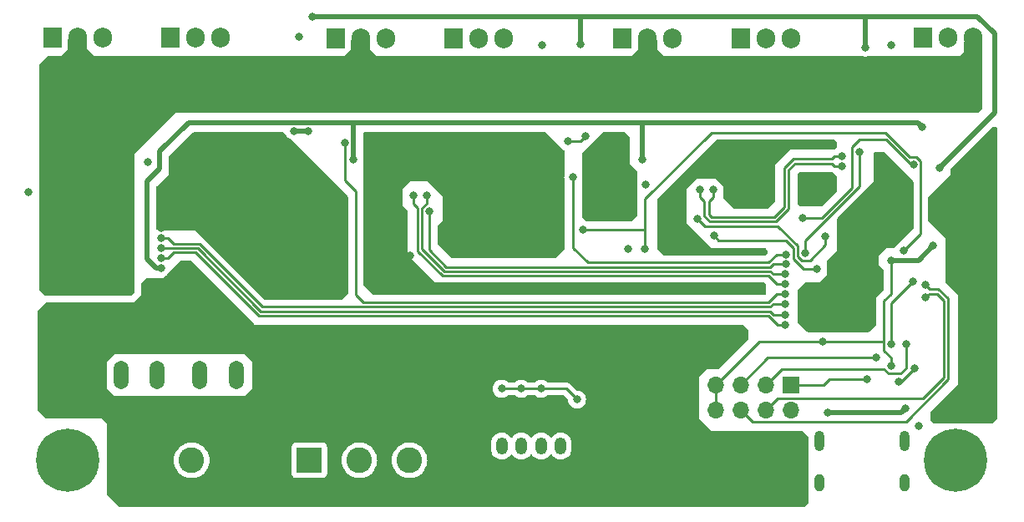
<source format=gbr>
%TF.GenerationSoftware,KiCad,Pcbnew,8.0.5-8.0.5-0~ubuntu24.04.1*%
%TF.CreationDate,2024-10-01T16:14:09+02:00*%
%TF.ProjectId,TFG-Brushless-ESC,5446472d-4272-4757-9368-6c6573732d45,rev?*%
%TF.SameCoordinates,Original*%
%TF.FileFunction,Copper,L4,Bot*%
%TF.FilePolarity,Positive*%
%FSLAX46Y46*%
G04 Gerber Fmt 4.6, Leading zero omitted, Abs format (unit mm)*
G04 Created by KiCad (PCBNEW 8.0.5-8.0.5-0~ubuntu24.04.1) date 2024-10-01 16:14:09*
%MOMM*%
%LPD*%
G01*
G04 APERTURE LIST*
G04 Aperture macros list*
%AMRoundRect*
0 Rectangle with rounded corners*
0 $1 Rounding radius*
0 $2 $3 $4 $5 $6 $7 $8 $9 X,Y pos of 4 corners*
0 Add a 4 corners polygon primitive as box body*
4,1,4,$2,$3,$4,$5,$6,$7,$8,$9,$2,$3,0*
0 Add four circle primitives for the rounded corners*
1,1,$1+$1,$2,$3*
1,1,$1+$1,$4,$5*
1,1,$1+$1,$6,$7*
1,1,$1+$1,$8,$9*
0 Add four rect primitives between the rounded corners*
20,1,$1+$1,$2,$3,$4,$5,0*
20,1,$1+$1,$4,$5,$6,$7,0*
20,1,$1+$1,$6,$7,$8,$9,0*
20,1,$1+$1,$8,$9,$2,$3,0*%
G04 Aperture macros list end*
%TA.AperFunction,ComponentPad*%
%ADD10RoundRect,0.250000X-0.350000X-0.625000X0.350000X-0.625000X0.350000X0.625000X-0.350000X0.625000X0*%
%TD*%
%TA.AperFunction,ComponentPad*%
%ADD11O,1.200000X1.750000*%
%TD*%
%TA.AperFunction,ComponentPad*%
%ADD12O,1.000000X2.100000*%
%TD*%
%TA.AperFunction,ComponentPad*%
%ADD13O,1.000000X1.800000*%
%TD*%
%TA.AperFunction,ComponentPad*%
%ADD14R,1.905000X2.000000*%
%TD*%
%TA.AperFunction,ComponentPad*%
%ADD15O,1.905000X2.000000*%
%TD*%
%TA.AperFunction,ComponentPad*%
%ADD16O,1.500000X2.900000*%
%TD*%
%TA.AperFunction,ComponentPad*%
%ADD17C,0.800000*%
%TD*%
%TA.AperFunction,ComponentPad*%
%ADD18C,6.400000*%
%TD*%
%TA.AperFunction,ComponentPad*%
%ADD19O,1.700000X1.700000*%
%TD*%
%TA.AperFunction,ComponentPad*%
%ADD20R,1.700000X1.700000*%
%TD*%
%TA.AperFunction,ComponentPad*%
%ADD21R,2.600000X2.600000*%
%TD*%
%TA.AperFunction,ComponentPad*%
%ADD22C,2.600000*%
%TD*%
%TA.AperFunction,ViaPad*%
%ADD23C,0.800000*%
%TD*%
%TA.AperFunction,Conductor*%
%ADD24C,0.250000*%
%TD*%
%TA.AperFunction,Conductor*%
%ADD25C,0.500000*%
%TD*%
G04 APERTURE END LIST*
D10*
%TO.P,J4,1,Pin_1*%
%TO.N,GND*%
X91276000Y-160078000D03*
D11*
%TO.P,J4,2,Pin_2*%
%TO.N,/PA8*%
X93276000Y-160078000D03*
%TO.P,J4,3,Pin_3*%
%TO.N,/PA9*%
X95276000Y-160078000D03*
%TO.P,J4,4,Pin_4*%
%TO.N,/PA10*%
X97276000Y-160078000D03*
%TO.P,J4,5,Pin_5*%
%TO.N,+3V3*%
X99276000Y-160078000D03*
%TD*%
D12*
%TO.P,J2,S1,SHIELD*%
%TO.N,unconnected-(J2-SHIELD-PadS1)*%
X125456000Y-159593000D03*
D13*
%TO.N,unconnected-(J2-SHIELD-PadS1)_3*%
X125456000Y-163793000D03*
D12*
%TO.N,unconnected-(J2-SHIELD-PadS1)_1*%
X134096000Y-159593000D03*
D13*
%TO.N,unconnected-(J2-SHIELD-PadS1)_2*%
X134096000Y-163793000D03*
%TD*%
D14*
%TO.P,Q4,1,G*%
%TO.N,Net-(Q4-G)*%
X88436000Y-118743000D03*
D15*
%TO.P,Q4,2,D*%
%TO.N,/V*%
X90976000Y-118743000D03*
%TO.P,Q4,3,S*%
%TO.N,/Half-Bridge-V/Shunt*%
X93516000Y-118743000D03*
%TD*%
D16*
%TO.P,F1,1*%
%TO.N,/24V in*%
X66376000Y-152928000D03*
X62676000Y-152928000D03*
%TO.P,F1,2*%
%TO.N,/24V fused*%
X58376000Y-152928000D03*
X54676000Y-152928000D03*
%TD*%
D14*
%TO.P,U2,1,ADJ*%
%TO.N,/V_DIV_12*%
X135986000Y-118723000D03*
D15*
%TO.P,U2,2,VO*%
%TO.N,+12V*%
X138526000Y-118723000D03*
%TO.P,U2,3,VI*%
%TO.N,+24V*%
X141066000Y-118723000D03*
%TD*%
D17*
%TO.P,REF\u002A\u002A,1*%
%TO.N,N/C*%
X136876000Y-161528000D03*
X137578944Y-159830944D03*
X137578944Y-163225056D03*
X139276000Y-159128000D03*
D18*
X139276000Y-161528000D03*
D17*
X139276000Y-163928000D03*
X140973056Y-159830944D03*
X140973056Y-163225056D03*
X141676000Y-161528000D03*
%TD*%
D14*
%TO.P,Q3,1,G*%
%TO.N,Net-(Q3-G)*%
X76436000Y-118743000D03*
D15*
%TO.P,Q3,2,D*%
%TO.N,+24V*%
X78976000Y-118743000D03*
%TO.P,Q3,3,S*%
%TO.N,/V*%
X81516000Y-118743000D03*
%TD*%
D14*
%TO.P,Q2,1,G*%
%TO.N,Net-(Q2-G)*%
X59736000Y-118723000D03*
D15*
%TO.P,Q2,2,D*%
%TO.N,/U*%
X62276000Y-118723000D03*
%TO.P,Q2,3,S*%
%TO.N,/Half-Bridge-U/Shunt*%
X64816000Y-118723000D03*
%TD*%
D14*
%TO.P,Q1,1,G*%
%TO.N,Net-(Q1-G)*%
X47736000Y-118723000D03*
D15*
%TO.P,Q1,2,D*%
%TO.N,+24V*%
X50276000Y-118723000D03*
%TO.P,Q1,3,S*%
%TO.N,/U*%
X52816000Y-118723000D03*
%TD*%
D14*
%TO.P,Q5,1,G*%
%TO.N,Net-(Q5-G)*%
X105526000Y-118778000D03*
D15*
%TO.P,Q5,2,D*%
%TO.N,+24V*%
X108066000Y-118778000D03*
%TO.P,Q5,3,S*%
%TO.N,/W*%
X110606000Y-118778000D03*
%TD*%
D19*
%TO.P,J5,8,Pin_8*%
%TO.N,+3V3*%
X114956000Y-156418000D03*
%TO.P,J5,7,Pin_7*%
X114956000Y-153878000D03*
%TO.P,J5,6,Pin_6*%
%TO.N,/I2C_SDA*%
X117496000Y-156418000D03*
%TO.P,J5,5,Pin_5*%
%TO.N,/SWDIO*%
X117496000Y-153878000D03*
%TO.P,J5,4,Pin_4*%
%TO.N,/I2C_SCL*%
X120036000Y-156418000D03*
%TO.P,J5,3,Pin_3*%
%TO.N,/SWSCK*%
X120036000Y-153878000D03*
%TO.P,J5,2,Pin_2*%
%TO.N,GND*%
X122576000Y-156418000D03*
D20*
%TO.P,J5,1,Pin_1*%
X122576000Y-153878000D03*
%TD*%
D21*
%TO.P,J1,1,Pin_1*%
%TO.N,/U*%
X73776000Y-161528000D03*
D22*
%TO.P,J1,2,Pin_2*%
%TO.N,/V*%
X78856000Y-161528000D03*
%TO.P,J1,3,Pin_3*%
%TO.N,/W*%
X83936000Y-161528000D03*
%TD*%
D17*
%TO.P,REF\u002A\u002A,1*%
%TO.N,N/C*%
X46876000Y-161528000D03*
X47578944Y-159830944D03*
X47578944Y-163225056D03*
X49276000Y-159128000D03*
D18*
X49276000Y-161528000D03*
D17*
X49276000Y-163928000D03*
X50973056Y-159830944D03*
X50973056Y-163225056D03*
X51676000Y-161528000D03*
%TD*%
D14*
%TO.P,Q6,1,G*%
%TO.N,Net-(Q6-G)*%
X117526000Y-118778000D03*
D15*
%TO.P,Q6,2,D*%
%TO.N,/W*%
X120066000Y-118778000D03*
%TO.P,Q6,3,S*%
%TO.N,/Half-Bridge-W/Shunt*%
X122606000Y-118778000D03*
%TD*%
D21*
%TO.P,J6,1,Pin_1*%
%TO.N,GND*%
X56776000Y-161528000D03*
D22*
%TO.P,J6,2,Pin_2*%
%TO.N,/24V in*%
X61856000Y-161528000D03*
%TD*%
D23*
%TO.N,GND*%
X70026000Y-152528000D03*
X70026000Y-154528000D03*
X70026000Y-162778000D03*
X70026000Y-160528000D03*
X70026000Y-158528000D03*
X70026000Y-156528000D03*
X105776000Y-162528000D03*
X107526000Y-162528000D03*
X109276000Y-162528000D03*
X110026000Y-160778000D03*
X108276000Y-160778000D03*
X106526000Y-160778000D03*
X58026000Y-147028000D03*
X59526000Y-145528000D03*
X79026000Y-165028000D03*
X76776000Y-165028000D03*
X74526000Y-165028000D03*
X72276000Y-165028000D03*
X70026000Y-165028000D03*
X67776000Y-165028000D03*
X65526000Y-165028000D03*
X63276000Y-165028000D03*
X61026000Y-165028000D03*
X58776000Y-165028000D03*
X54276000Y-165028000D03*
X56526000Y-165028000D03*
X56526000Y-158528000D03*
X56526000Y-156528000D03*
X58776000Y-156528000D03*
X58776000Y-158528000D03*
X54276000Y-158528000D03*
X54276000Y-156528000D03*
X101526000Y-165278000D03*
X89026000Y-165278000D03*
X77026000Y-134778000D03*
X62526000Y-145528000D03*
X97776000Y-137528000D03*
X84026000Y-140778000D03*
X87463347Y-138065347D03*
X125776000Y-129528000D03*
X73026000Y-142778000D03*
X107526000Y-155528000D03*
X61026000Y-150028000D03*
X97776000Y-133028000D03*
X87776000Y-163028000D03*
X109276000Y-159028000D03*
X57426000Y-131278000D03*
X74026000Y-132778000D03*
X65526000Y-148528000D03*
X90276000Y-151778000D03*
X89026000Y-153528000D03*
X64026000Y-150028000D03*
X77026000Y-142778000D03*
X130276000Y-153278000D03*
X67026000Y-150028000D03*
X45301000Y-134353000D03*
X74026000Y-144778000D03*
X120026000Y-160528000D03*
X75026000Y-134778000D03*
X142276000Y-148028000D03*
X82026000Y-140778000D03*
X75026000Y-138778000D03*
X97376000Y-119403000D03*
X111776000Y-133528000D03*
X61026000Y-147028000D03*
X69026000Y-134778000D03*
X74026000Y-136778000D03*
X81026000Y-138778000D03*
X82026000Y-136778000D03*
X91526000Y-157028000D03*
X134951000Y-143433000D03*
X66026000Y-132778000D03*
X120026000Y-165278000D03*
X71026000Y-142778000D03*
X72076000Y-144728000D03*
X99026000Y-165278000D03*
X72026000Y-132778000D03*
X109926000Y-136553000D03*
X104051000Y-130678000D03*
X72026000Y-136778000D03*
X115276000Y-165278000D03*
X95526000Y-133028000D03*
X76026000Y-140778000D03*
X96526000Y-165278000D03*
X68026000Y-132778000D03*
X104026000Y-165278000D03*
X115276000Y-131328000D03*
X138576000Y-136203000D03*
X97776000Y-135278000D03*
X117776000Y-165278000D03*
X100276000Y-163028000D03*
X80026000Y-140778000D03*
X103921000Y-159778000D03*
X132745999Y-149720804D03*
X139276000Y-155778000D03*
X68026000Y-136778000D03*
X117776000Y-160528000D03*
X91526000Y-153528000D03*
X89026000Y-161028000D03*
X104051000Y-133028000D03*
X94026000Y-165278000D03*
X95276000Y-163028000D03*
X122276000Y-165278000D03*
X90276000Y-155278000D03*
X80026000Y-136778000D03*
X125776000Y-133028000D03*
X73026000Y-130778000D03*
X135526000Y-158028000D03*
X106526000Y-157278000D03*
X73026000Y-134778000D03*
X87776000Y-159028000D03*
X143026000Y-132278000D03*
X70026000Y-140778000D03*
X132801000Y-119428000D03*
X108276000Y-157278000D03*
X107901000Y-133608000D03*
X112326000Y-138753000D03*
X102776000Y-163028000D03*
X123776000Y-133028000D03*
X111526000Y-163028000D03*
X109026000Y-155528000D03*
X58763347Y-138015347D03*
X91526000Y-165278000D03*
X69026000Y-130778000D03*
X66026000Y-136778000D03*
X83026000Y-138778000D03*
X139276000Y-143028000D03*
X95476000Y-137228000D03*
X114026000Y-163028000D03*
X72776000Y-118628000D03*
X97776000Y-163028000D03*
X69026000Y-138778000D03*
X72026000Y-140778000D03*
X110026000Y-157278000D03*
X86076000Y-131278000D03*
X122276000Y-160528000D03*
X87776000Y-155278000D03*
X92776000Y-151778000D03*
X76026000Y-136778000D03*
X104051000Y-135378000D03*
X116526000Y-163028000D03*
X123526000Y-163028000D03*
X90276000Y-163028000D03*
X121276000Y-163028000D03*
X131776000Y-132278000D03*
X75026000Y-142778000D03*
X77026000Y-138778000D03*
X89026000Y-157028000D03*
X73026000Y-138778000D03*
X64026000Y-147028000D03*
X100801000Y-157803000D03*
X71026000Y-134778000D03*
X70026000Y-132778000D03*
X105776000Y-155528000D03*
X81026000Y-142778000D03*
X119026000Y-163028000D03*
X109926000Y-138753000D03*
X61026000Y-144028000D03*
X92776000Y-163028000D03*
X115276000Y-160528000D03*
X71026000Y-138778000D03*
X107526000Y-159028000D03*
X105776000Y-159028000D03*
X70026000Y-136778000D03*
X123776000Y-129528000D03*
X74026000Y-140778000D03*
X112776000Y-165278000D03*
X76026000Y-144778000D03*
X67026000Y-138778000D03*
X139276000Y-141028000D03*
X62526000Y-148528000D03*
X106101000Y-140078000D03*
%TO.N,+3V3*%
X130151000Y-119703000D03*
X132751000Y-151928000D03*
X97276000Y-154278000D03*
X74076000Y-116528000D03*
X123776000Y-136953000D03*
X137026000Y-139778000D03*
X72226000Y-128128000D03*
X133501000Y-153528000D03*
X99976000Y-129178000D03*
X135026000Y-131528000D03*
X137651000Y-131878000D03*
X100926000Y-155378000D03*
X101301000Y-119371435D03*
X95276000Y-154278000D03*
X73676000Y-128128000D03*
X93276000Y-154278000D03*
X135101000Y-152178000D03*
X125796001Y-149464461D03*
X101776000Y-128703000D03*
X132745999Y-141278000D03*
%TO.N,/BOOT0*%
X101501000Y-138153000D03*
X134026000Y-140278000D03*
X107826000Y-140078000D03*
%TO.N,/NRST*%
X113116000Y-137028000D03*
X126119039Y-138867134D03*
%TO.N,/SWSCK*%
X134276000Y-149758000D03*
%TO.N,/SWDIO*%
X131276000Y-151128000D03*
%TO.N,/PA0*%
X124076599Y-140565500D03*
X129576000Y-130303000D03*
%TO.N,/PB0*%
X58776000Y-139028000D03*
X122051000Y-145653000D03*
%TO.N,/PB7*%
X113416000Y-134053000D03*
X127776000Y-131728003D03*
%TO.N,/PA3*%
X100526000Y-132852998D03*
X122076000Y-140653000D03*
%TO.N,/PB10*%
X122038347Y-147778000D03*
X58776000Y-141028003D03*
%TO.N,/PA1*%
X125213653Y-142140347D03*
X114808410Y-138720896D03*
%TO.N,/PB1*%
X58776000Y-140028000D03*
X122055776Y-146778150D03*
%TO.N,/PA7*%
X77426000Y-129378000D03*
X122051000Y-144652997D03*
%TO.N,/PB6*%
X127776000Y-130728000D03*
X114741000Y-134053000D03*
%TO.N,/PA6*%
X122051000Y-143652994D03*
X84326000Y-134653000D03*
%TO.N,/PA5*%
X122051001Y-142652992D03*
X85651000Y-134653000D03*
%TO.N,/I2C_SCL*%
X136276000Y-145003000D03*
%TO.N,/I2C_SDA*%
X136276000Y-143778000D03*
%TO.N,/PA4*%
X122079560Y-141653398D03*
X85926153Y-136278153D03*
%TO.N,+12V*%
X107526000Y-131028000D03*
X78276000Y-131028000D03*
X135901000Y-127728000D03*
X58743759Y-142027486D03*
%TO.N,+24V*%
X49526000Y-141028000D03*
X49526000Y-139278000D03*
X54776000Y-141028000D03*
X54776000Y-139278000D03*
X47776000Y-139278000D03*
X53026000Y-142778000D03*
X53026000Y-141028000D03*
X51276000Y-141028000D03*
X53026000Y-139278000D03*
X51276000Y-142778000D03*
X51276000Y-139278000D03*
X51276000Y-137528000D03*
X54776000Y-137528000D03*
X47776000Y-141028000D03*
X47776000Y-137528000D03*
X53026000Y-137528000D03*
X49526000Y-137528000D03*
X49526000Y-142778000D03*
X47776000Y-142778000D03*
%TO.N,VDC*%
X126301000Y-156703000D03*
X134188500Y-156265500D03*
%TD*%
D24*
%TO.N,GND*%
X87463347Y-138065347D02*
X94638653Y-138065347D01*
X132745999Y-145638001D02*
X134951000Y-143433000D01*
X130276000Y-153278000D02*
X126526000Y-153278000D01*
X125926000Y-153878000D02*
X122576000Y-153878000D01*
X94638653Y-138065347D02*
X95476000Y-137228000D01*
X132745999Y-149720804D02*
X132745999Y-145638001D01*
X126526000Y-153278000D02*
X125926000Y-153878000D01*
D25*
%TO.N,+3V3*%
X127557565Y-116528000D02*
X103001000Y-116528000D01*
D24*
X125796001Y-149464461D02*
X119369539Y-149464461D01*
X133751000Y-153528000D02*
X133501000Y-153528000D01*
X132026000Y-149464461D02*
X132026000Y-148525922D01*
D25*
X130151000Y-119703000D02*
X130151000Y-116528000D01*
D24*
X135101000Y-152178000D02*
X133751000Y-153528000D01*
D25*
X143226000Y-118228000D02*
X143226000Y-126303000D01*
D24*
X132020999Y-148530923D02*
X132020999Y-150397999D01*
X132026000Y-148525922D02*
X132020999Y-148530923D01*
X132239299Y-129003000D02*
X134764299Y-131528000D01*
D25*
X143226000Y-126303000D02*
X137651000Y-131878000D01*
X73676000Y-128128000D02*
X72226000Y-128128000D01*
D24*
X128776000Y-129778000D02*
X129551000Y-129003000D01*
X128776000Y-133891604D02*
X128776000Y-129778000D01*
D25*
X132745999Y-141278000D02*
X135526000Y-141278000D01*
D24*
X99976000Y-129178000D02*
X101301000Y-129178000D01*
X134764299Y-131528000D02*
X135026000Y-131528000D01*
X132020999Y-150397999D02*
X132751000Y-151128000D01*
X125714604Y-136953000D02*
X128776000Y-133891604D01*
X99826000Y-154278000D02*
X100926000Y-155378000D01*
X95276000Y-154278000D02*
X97276000Y-154278000D01*
D25*
X74076000Y-116528000D02*
X101301000Y-116528000D01*
X127557565Y-116528000D02*
X141526000Y-116528000D01*
D24*
X93276000Y-154278000D02*
X95276000Y-154278000D01*
X132751000Y-151928000D02*
X132751000Y-151128000D01*
X123776000Y-136953000D02*
X125714604Y-136953000D01*
D25*
X130151000Y-116528000D02*
X127557565Y-116528000D01*
D24*
X97276000Y-154278000D02*
X99826000Y-154278000D01*
X129551000Y-129003000D02*
X132239299Y-129003000D01*
X132026000Y-145378000D02*
X132026000Y-148525922D01*
X119369539Y-149464461D02*
X114956000Y-153878000D01*
D25*
X103001000Y-116528000D02*
X101301000Y-116528000D01*
D24*
X101301000Y-129178000D02*
X101776000Y-128703000D01*
X114956000Y-156418000D02*
X114956000Y-153878000D01*
X131087461Y-149464461D02*
X132026000Y-149464461D01*
D25*
X101301000Y-116528000D02*
X101301000Y-119371435D01*
D24*
X131087461Y-149464461D02*
X125796001Y-149464461D01*
D25*
X135526000Y-141278000D02*
X137026000Y-139778000D01*
D24*
X132745999Y-141278000D02*
X132745999Y-144658001D01*
D25*
X141526000Y-116528000D02*
X143226000Y-118228000D01*
D24*
X132745999Y-144658001D02*
X132026000Y-145378000D01*
%TO.N,/BOOT0*%
X134650695Y-130778000D02*
X135301305Y-130778000D01*
X107826000Y-135003000D02*
X114526000Y-128303000D01*
X135301305Y-130778000D02*
X135751000Y-131227695D01*
X135751000Y-131227695D02*
X135751000Y-138553000D01*
X135751000Y-138553000D02*
X134026000Y-140278000D01*
X107826000Y-140078000D02*
X107826000Y-135003000D01*
X107826000Y-140078000D02*
X107826000Y-138153000D01*
X107826000Y-138153000D02*
X101501000Y-138153000D01*
X132175695Y-128303000D02*
X134650695Y-130778000D01*
X114526000Y-128303000D02*
X132175695Y-128303000D01*
%TO.N,/NRST*%
X113883347Y-137795347D02*
X121279895Y-137795347D01*
X121279895Y-137795347D02*
X123276000Y-139791452D01*
X124538500Y-141290500D02*
X126119039Y-139709961D01*
X126119039Y-139709961D02*
X126119039Y-138867134D01*
X113116000Y-137028000D02*
X113883347Y-137795347D01*
X123713500Y-141290500D02*
X124538500Y-141290500D01*
X123276000Y-139791452D02*
X123276000Y-140853000D01*
X123276000Y-140853000D02*
X123713500Y-141290500D01*
%TO.N,/SWSCK*%
X132026000Y-152278000D02*
X132501000Y-152753000D01*
X134276000Y-152178000D02*
X134276000Y-149758000D01*
X133701000Y-152753000D02*
X134276000Y-152178000D01*
X132501000Y-152753000D02*
X133701000Y-152753000D01*
X121636000Y-152278000D02*
X132026000Y-152278000D01*
X120036000Y-153878000D02*
X121636000Y-152278000D01*
%TO.N,/SWDIO*%
X131276000Y-151128000D02*
X120246000Y-151128000D01*
X120246000Y-151128000D02*
X117496000Y-153878000D01*
%TO.N,/PA0*%
X129576000Y-133728000D02*
X124076599Y-139227401D01*
X129576000Y-130303000D02*
X129576000Y-133728000D01*
X124076599Y-139227401D02*
X124076599Y-140565500D01*
%TO.N,/PB0*%
X62644198Y-139578000D02*
X69044198Y-145978000D01*
X69044198Y-145978000D02*
X120512396Y-145978000D01*
X120512396Y-145978000D02*
X120837396Y-145653000D01*
X59476000Y-139028000D02*
X60026000Y-139578000D01*
X60026000Y-139578000D02*
X62644198Y-139578000D01*
X58776000Y-139028000D02*
X59476000Y-139028000D01*
X120837396Y-145653000D02*
X122051000Y-145653000D01*
%TO.N,/PB7*%
X123012396Y-131428000D02*
X126751000Y-131428000D01*
X113416000Y-134053000D02*
X113416000Y-134818000D01*
X127051003Y-131728003D02*
X127776000Y-131728003D01*
X113841000Y-135243000D02*
X113841000Y-136818000D01*
X121120049Y-137345347D02*
X122393348Y-136072048D01*
X113841000Y-136818000D02*
X114368347Y-137345347D01*
X122393348Y-132047048D02*
X123012396Y-131428000D01*
X113416000Y-134818000D02*
X113841000Y-135243000D01*
X126751000Y-131428000D02*
X127051003Y-131728003D01*
X114368347Y-137345347D02*
X121120049Y-137345347D01*
X122393348Y-136072048D02*
X122393348Y-132047048D01*
%TO.N,/PA3*%
X121164604Y-140653000D02*
X120339604Y-141478000D01*
X102026000Y-141478000D02*
X100526000Y-139978000D01*
X122076000Y-140653000D02*
X121164604Y-140653000D01*
X100526000Y-139978000D02*
X100526000Y-132852998D01*
X120339604Y-141478000D02*
X102026000Y-141478000D01*
%TO.N,/PB10*%
X62271406Y-140478000D02*
X60026000Y-140478000D01*
X68671406Y-146878000D02*
X62271406Y-140478000D01*
X59475997Y-141028003D02*
X58776000Y-141028003D01*
X60026000Y-140478000D02*
X59475997Y-141028003D01*
X121226000Y-147778000D02*
X120326000Y-146878000D01*
X120326000Y-146878000D02*
X68671406Y-146878000D01*
X122038347Y-147778000D02*
X121226000Y-147778000D01*
%TO.N,/PA1*%
X122826000Y-139977848D02*
X122076152Y-139228000D01*
X115251000Y-139228000D02*
X114808410Y-138785410D01*
X123888347Y-142140347D02*
X122826000Y-141078000D01*
X122826000Y-141078000D02*
X122826000Y-139977848D01*
X122076152Y-139228000D02*
X115251000Y-139228000D01*
X114808410Y-138785410D02*
X114808410Y-138720896D01*
X125213653Y-142140347D02*
X123888347Y-142140347D01*
%TO.N,/PB1*%
X62457802Y-140028000D02*
X58776000Y-140028000D01*
X122055776Y-146778150D02*
X120862546Y-146778150D01*
X120862546Y-146778150D02*
X120512396Y-146428000D01*
X120512396Y-146428000D02*
X68857802Y-146428000D01*
X68857802Y-146428000D02*
X62457802Y-140028000D01*
%TO.N,/PA7*%
X77426000Y-129378000D02*
X77426000Y-133128000D01*
X78526000Y-144778000D02*
X79276000Y-145528000D01*
X78526000Y-134228000D02*
X78526000Y-144778000D01*
X79276000Y-145528000D02*
X120326000Y-145528000D01*
X120326000Y-145528000D02*
X121201003Y-144652997D01*
X121201003Y-144652997D02*
X122051000Y-144652997D01*
X77426000Y-133128000D02*
X78526000Y-134228000D01*
%TO.N,/PB6*%
X120933653Y-136895347D02*
X121943348Y-135885652D01*
X114291000Y-135263000D02*
X114291000Y-136631604D01*
X121943348Y-131860652D02*
X122826000Y-130978000D01*
X122826000Y-130978000D02*
X126776000Y-130978000D01*
X127026000Y-130728000D02*
X127776000Y-130728000D01*
X114291000Y-136631604D02*
X114554743Y-136895347D01*
X126776000Y-130978000D02*
X127026000Y-130728000D01*
X114741000Y-134813000D02*
X114291000Y-135263000D01*
X114741000Y-134053000D02*
X114741000Y-134813000D01*
X121943348Y-135885652D02*
X121943348Y-131860652D01*
X114554743Y-136895347D02*
X120933653Y-136895347D01*
%TO.N,/PA6*%
X120339604Y-142828000D02*
X121164598Y-143652994D01*
X121164598Y-143652994D02*
X122051000Y-143652994D01*
X84751000Y-140314396D02*
X87264604Y-142828000D01*
X84326000Y-134653000D02*
X84326000Y-135553000D01*
X84326000Y-135553000D02*
X84751000Y-135978000D01*
X84751000Y-135978000D02*
X84751000Y-140314396D01*
X87264604Y-142828000D02*
X120339604Y-142828000D01*
%TO.N,/PA5*%
X85201000Y-140128000D02*
X87451000Y-142378000D01*
X87451000Y-142378000D02*
X120526000Y-142378000D01*
X85651000Y-135528000D02*
X85201000Y-135978000D01*
X120526000Y-142378000D02*
X120800992Y-142652992D01*
X85201000Y-135978000D02*
X85201000Y-140128000D01*
X120800992Y-142652992D02*
X122051001Y-142652992D01*
X85651000Y-134653000D02*
X85651000Y-135528000D01*
%TO.N,/I2C_SCL*%
X136626000Y-144653000D02*
X137401000Y-144653000D01*
X136276000Y-145003000D02*
X136626000Y-144653000D01*
X137401000Y-144653000D02*
X138076000Y-145328000D01*
X121211000Y-155243000D02*
X120036000Y-156418000D01*
X138076000Y-153141604D02*
X135974604Y-155243000D01*
X138076000Y-145328000D02*
X138076000Y-153141604D01*
X135974604Y-155243000D02*
X121211000Y-155243000D01*
%TO.N,/I2C_SDA*%
X137551000Y-144153000D02*
X136651000Y-144153000D01*
X118671000Y-157593000D02*
X134261000Y-157593000D01*
X134261000Y-157593000D02*
X138526000Y-153328000D01*
X117496000Y-156418000D02*
X118671000Y-157593000D01*
X136651000Y-144153000D02*
X136276000Y-143778000D01*
X138526000Y-153328000D02*
X138526000Y-145128000D01*
X138526000Y-145128000D02*
X137551000Y-144153000D01*
%TO.N,/PA4*%
X85926000Y-136278306D02*
X85926000Y-140216604D01*
X120526000Y-141928000D02*
X120800602Y-141653398D01*
X85926000Y-140216604D02*
X87637396Y-141928000D01*
X87637396Y-141928000D02*
X120526000Y-141928000D01*
X85926153Y-136278153D02*
X85926000Y-136278306D01*
X120800602Y-141653398D02*
X122079560Y-141653398D01*
D25*
%TO.N,+12V*%
X58576000Y-132003000D02*
X58576000Y-130228000D01*
X58743759Y-142027486D02*
X58275486Y-142027486D01*
X135901000Y-127728000D02*
X135451000Y-127278000D01*
X107526000Y-127278000D02*
X107526000Y-131028000D01*
X75526000Y-127278000D02*
X107776000Y-127278000D01*
X58576000Y-130228000D02*
X61526000Y-127278000D01*
X78276000Y-127278000D02*
X78276000Y-131028000D01*
X75526000Y-127278000D02*
X78276000Y-127278000D01*
X57351000Y-141103000D02*
X57351000Y-133228000D01*
X57351000Y-133228000D02*
X58576000Y-132003000D01*
X58275486Y-142027486D02*
X57351000Y-141103000D01*
X107776000Y-127278000D02*
X107526000Y-127278000D01*
X135451000Y-127278000D02*
X107776000Y-127278000D01*
X61526000Y-127278000D02*
X75526000Y-127278000D01*
%TO.N,VDC*%
X134188500Y-156265500D02*
X133751000Y-156703000D01*
X133751000Y-156703000D02*
X126301000Y-156703000D01*
%TD*%
%TA.AperFunction,Conductor*%
%TO.N,GND*%
G36*
X143469039Y-127797685D02*
G01*
X143514794Y-127850489D01*
X143526000Y-127902000D01*
X143526000Y-157226638D01*
X143506315Y-157293677D01*
X143489681Y-157314319D01*
X143062319Y-157741681D01*
X143000996Y-157775166D01*
X142974638Y-157778000D01*
X137077362Y-157778000D01*
X137010323Y-157758315D01*
X136989681Y-157741681D01*
X136812319Y-157564319D01*
X136778834Y-157502996D01*
X136776000Y-157476638D01*
X136776000Y-156579362D01*
X136795685Y-156512323D01*
X136812319Y-156491681D01*
X139526000Y-153778000D01*
X139526000Y-144778000D01*
X138312319Y-143564319D01*
X138278834Y-143502996D01*
X138276000Y-143476638D01*
X138276000Y-139028000D01*
X136562319Y-137314319D01*
X136528834Y-137252996D01*
X136526000Y-137226638D01*
X136526000Y-134829362D01*
X136545685Y-134762323D01*
X136562319Y-134741681D01*
X138776000Y-132528000D01*
X138776000Y-132079362D01*
X138795685Y-132012323D01*
X138812319Y-131991681D01*
X142989681Y-127814319D01*
X143051004Y-127780834D01*
X143077362Y-127778000D01*
X143402000Y-127778000D01*
X143469039Y-127797685D01*
G37*
%TD.AperFunction*%
%TD*%
%TA.AperFunction,Conductor*%
%TO.N,+24V*%
G36*
X141969039Y-119047685D02*
G01*
X142014794Y-119100489D01*
X142026000Y-119152000D01*
X142026000Y-125751638D01*
X142006315Y-125818677D01*
X141989681Y-125839319D01*
X141562319Y-126266681D01*
X141500996Y-126300166D01*
X141474638Y-126303000D01*
X60225999Y-126303000D01*
X56076000Y-130452999D01*
X56076000Y-144476638D01*
X56056315Y-144543677D01*
X56039681Y-144564319D01*
X55812319Y-144791681D01*
X55750996Y-144825166D01*
X55724638Y-144828000D01*
X46977362Y-144828000D01*
X46910323Y-144808315D01*
X46889681Y-144791681D01*
X46412319Y-144314319D01*
X46378834Y-144252996D01*
X46376000Y-144226638D01*
X46376000Y-121479362D01*
X46395685Y-121412323D01*
X46412319Y-121391681D01*
X47264681Y-120539319D01*
X47326004Y-120505834D01*
X47352362Y-120503000D01*
X48651000Y-120503000D01*
X48576000Y-120578000D01*
X51976000Y-120578000D01*
X51901000Y-120503000D01*
X77401000Y-120503000D01*
X77276000Y-120628000D01*
X80676000Y-120628000D01*
X80551000Y-120503000D01*
X106496000Y-120503000D01*
X106366000Y-120633000D01*
X109766000Y-120633000D01*
X109761000Y-120628000D01*
X109776000Y-120628000D01*
X109651000Y-120503000D01*
X129707510Y-120503000D01*
X129757946Y-120513721D01*
X129871192Y-120564142D01*
X129871197Y-120564144D01*
X130056354Y-120603500D01*
X130056355Y-120603500D01*
X130245644Y-120603500D01*
X130245646Y-120603500D01*
X130430803Y-120564144D01*
X130544054Y-120513721D01*
X130594490Y-120503000D01*
X139776000Y-120503000D01*
X140126000Y-120153000D01*
X140126000Y-119152000D01*
X140145685Y-119084961D01*
X140198489Y-119039206D01*
X140250000Y-119028000D01*
X141902000Y-119028000D01*
X141969039Y-119047685D01*
G37*
%TD.AperFunction*%
%TD*%
%TA.AperFunction,Conductor*%
%TO.N,GND*%
G36*
X54026000Y-150778000D02*
G01*
X54025999Y-150778000D01*
X53276000Y-151527999D01*
X53276000Y-154278000D01*
X54026000Y-155028000D01*
X55026000Y-155028000D01*
X55026000Y-156528000D01*
X54276000Y-157278000D01*
X53776000Y-158278000D01*
X52776000Y-157278000D01*
X47077362Y-157278000D01*
X47010323Y-157258315D01*
X46989681Y-157241681D01*
X46312319Y-156564319D01*
X46278834Y-156502996D01*
X46276000Y-156476638D01*
X46276000Y-150028000D01*
X53276000Y-150028000D01*
X54026000Y-150778000D01*
G37*
%TD.AperFunction*%
%TD*%
%TA.AperFunction,Conductor*%
%TO.N,+24V*%
G36*
X108969039Y-118797685D02*
G01*
X109014794Y-118850489D01*
X109026000Y-118902000D01*
X109026000Y-119878000D01*
X109776000Y-120628000D01*
X106376000Y-120628000D01*
X107126000Y-119878000D01*
X107126000Y-118867944D01*
X107135685Y-118834961D01*
X107188489Y-118789206D01*
X107240000Y-118778000D01*
X108902000Y-118778000D01*
X108969039Y-118797685D01*
G37*
%TD.AperFunction*%
%TD*%
%TA.AperFunction,Conductor*%
%TO.N,+24V*%
G36*
X51169039Y-118747685D02*
G01*
X51214794Y-118800489D01*
X51226000Y-118852000D01*
X51226000Y-119828000D01*
X51976000Y-120578000D01*
X48576000Y-120578000D01*
X49326000Y-119828000D01*
X49326000Y-118852000D01*
X49345685Y-118784961D01*
X49398489Y-118739206D01*
X49450000Y-118728000D01*
X51102000Y-118728000D01*
X51169039Y-118747685D01*
G37*
%TD.AperFunction*%
%TD*%
%TA.AperFunction,Conductor*%
%TO.N,GND*%
G36*
X97791677Y-128297685D02*
G01*
X97812319Y-128314319D01*
X99589681Y-130091681D01*
X99623166Y-130153004D01*
X99626000Y-130179362D01*
X99626000Y-132794547D01*
X99625321Y-132807507D01*
X99620540Y-132852997D01*
X99625321Y-132898486D01*
X99626000Y-132911447D01*
X99626000Y-140126638D01*
X99606315Y-140193677D01*
X99589681Y-140214319D01*
X98812319Y-140991681D01*
X98750996Y-141025166D01*
X98724638Y-141028000D01*
X88327362Y-141028000D01*
X88260323Y-141008315D01*
X88239681Y-140991681D01*
X86812319Y-139564319D01*
X86778834Y-139502996D01*
X86776000Y-139476638D01*
X86776000Y-137829362D01*
X86795685Y-137762323D01*
X86812319Y-137741681D01*
X87276000Y-137278000D01*
X87276000Y-134778000D01*
X85776000Y-133278000D01*
X84025999Y-133278000D01*
X83276000Y-134027999D01*
X83276000Y-135778000D01*
X83739681Y-136241681D01*
X83773166Y-136303004D01*
X83776000Y-136329362D01*
X83776000Y-140778000D01*
X86526000Y-143528000D01*
X84776000Y-143528000D01*
X84776000Y-144778000D01*
X80327362Y-144778000D01*
X80260323Y-144758315D01*
X80239681Y-144741681D01*
X79312319Y-143814319D01*
X79278834Y-143752996D01*
X79276000Y-143726638D01*
X79276000Y-128402000D01*
X79295685Y-128334961D01*
X79348489Y-128289206D01*
X79400000Y-128278000D01*
X97724638Y-128278000D01*
X97791677Y-128297685D01*
G37*
%TD.AperFunction*%
%TD*%
%TA.AperFunction,Conductor*%
%TO.N,+24V*%
G36*
X108969039Y-118797685D02*
G01*
X109014794Y-118850489D01*
X109016000Y-118856032D01*
X109016000Y-119883000D01*
X109766000Y-120633000D01*
X106366000Y-120633000D01*
X107116000Y-119883000D01*
X107116000Y-118902000D01*
X107135685Y-118834961D01*
X107188489Y-118789206D01*
X107217016Y-118783000D01*
X108919028Y-118783000D01*
X108969039Y-118797685D01*
G37*
%TD.AperFunction*%
%TD*%
%TA.AperFunction,Conductor*%
%TO.N,GND*%
G36*
X61791677Y-141297685D02*
G01*
X61812319Y-141314319D01*
X68276000Y-147778000D01*
X117724638Y-147778000D01*
X117791677Y-147797685D01*
X117812319Y-147814319D01*
X118239681Y-148241681D01*
X118273166Y-148303004D01*
X118276000Y-148329362D01*
X118276000Y-149226638D01*
X118256315Y-149293677D01*
X118239681Y-149314319D01*
X115312319Y-152241681D01*
X115250996Y-152275166D01*
X115224638Y-152278000D01*
X114025999Y-152278000D01*
X113276000Y-153027999D01*
X113276000Y-153028000D01*
X113276000Y-157278000D01*
X114526000Y-158528000D01*
X123724638Y-158528000D01*
X123791677Y-158547685D01*
X123812319Y-158564319D01*
X124339681Y-159091681D01*
X124373166Y-159153004D01*
X124376000Y-159179362D01*
X124376000Y-165876638D01*
X124356315Y-165943677D01*
X124339681Y-165964319D01*
X124062319Y-166241681D01*
X124000996Y-166275166D01*
X123974638Y-166278000D01*
X54577362Y-166278000D01*
X54510323Y-166258315D01*
X54489681Y-166241681D01*
X53312319Y-165064319D01*
X53278834Y-165002996D01*
X53276000Y-164976638D01*
X53276000Y-161527995D01*
X60050451Y-161527995D01*
X60050451Y-161528004D01*
X60070616Y-161797101D01*
X60130664Y-162060188D01*
X60130666Y-162060195D01*
X60224168Y-162298433D01*
X60229257Y-162311398D01*
X60364185Y-162545102D01*
X60466250Y-162673087D01*
X60532442Y-162756089D01*
X60719183Y-162929358D01*
X60730259Y-162939635D01*
X60953226Y-163091651D01*
X61196359Y-163208738D01*
X61454228Y-163288280D01*
X61454229Y-163288280D01*
X61454232Y-163288281D01*
X61721063Y-163328499D01*
X61721068Y-163328499D01*
X61721071Y-163328500D01*
X61721072Y-163328500D01*
X61990928Y-163328500D01*
X61990929Y-163328500D01*
X61990936Y-163328499D01*
X62257767Y-163288281D01*
X62257768Y-163288280D01*
X62257772Y-163288280D01*
X62515641Y-163208738D01*
X62758775Y-163091651D01*
X62981741Y-162939635D01*
X63179561Y-162756085D01*
X63347815Y-162545102D01*
X63482743Y-162311398D01*
X63581334Y-162060195D01*
X63641383Y-161797103D01*
X63661549Y-161528000D01*
X63653935Y-161426402D01*
X63641383Y-161258898D01*
X63641383Y-161258897D01*
X63581334Y-160995805D01*
X63482743Y-160744602D01*
X63347815Y-160510898D01*
X63179561Y-160299915D01*
X63179560Y-160299914D01*
X63179557Y-160299910D01*
X63050469Y-160180135D01*
X71975500Y-160180135D01*
X71975500Y-162875870D01*
X71975501Y-162875876D01*
X71981908Y-162935483D01*
X72032202Y-163070328D01*
X72032206Y-163070335D01*
X72118452Y-163185544D01*
X72118455Y-163185547D01*
X72233664Y-163271793D01*
X72233671Y-163271797D01*
X72368517Y-163322091D01*
X72368516Y-163322091D01*
X72375444Y-163322835D01*
X72428127Y-163328500D01*
X75123872Y-163328499D01*
X75183483Y-163322091D01*
X75318331Y-163271796D01*
X75433546Y-163185546D01*
X75519796Y-163070331D01*
X75570091Y-162935483D01*
X75576500Y-162875873D01*
X75576499Y-161527995D01*
X77050451Y-161527995D01*
X77050451Y-161528004D01*
X77070616Y-161797101D01*
X77130664Y-162060188D01*
X77130666Y-162060195D01*
X77224168Y-162298433D01*
X77229257Y-162311398D01*
X77364185Y-162545102D01*
X77466250Y-162673087D01*
X77532442Y-162756089D01*
X77719183Y-162929358D01*
X77730259Y-162939635D01*
X77953226Y-163091651D01*
X78196359Y-163208738D01*
X78454228Y-163288280D01*
X78454229Y-163288280D01*
X78454232Y-163288281D01*
X78721063Y-163328499D01*
X78721068Y-163328499D01*
X78721071Y-163328500D01*
X78721072Y-163328500D01*
X78990928Y-163328500D01*
X78990929Y-163328500D01*
X78990936Y-163328499D01*
X79257767Y-163288281D01*
X79257768Y-163288280D01*
X79257772Y-163288280D01*
X79515641Y-163208738D01*
X79758775Y-163091651D01*
X79981741Y-162939635D01*
X80179561Y-162756085D01*
X80347815Y-162545102D01*
X80482743Y-162311398D01*
X80581334Y-162060195D01*
X80641383Y-161797103D01*
X80661549Y-161528000D01*
X80661549Y-161527995D01*
X82130451Y-161527995D01*
X82130451Y-161528004D01*
X82150616Y-161797101D01*
X82210664Y-162060188D01*
X82210666Y-162060195D01*
X82304168Y-162298433D01*
X82309257Y-162311398D01*
X82444185Y-162545102D01*
X82546250Y-162673087D01*
X82612442Y-162756089D01*
X82799183Y-162929358D01*
X82810259Y-162939635D01*
X83033226Y-163091651D01*
X83276359Y-163208738D01*
X83534228Y-163288280D01*
X83534229Y-163288280D01*
X83534232Y-163288281D01*
X83801063Y-163328499D01*
X83801068Y-163328499D01*
X83801071Y-163328500D01*
X83801072Y-163328500D01*
X84070928Y-163328500D01*
X84070929Y-163328500D01*
X84070936Y-163328499D01*
X84337767Y-163288281D01*
X84337768Y-163288280D01*
X84337772Y-163288280D01*
X84595641Y-163208738D01*
X84838775Y-163091651D01*
X85061741Y-162939635D01*
X85259561Y-162756085D01*
X85427815Y-162545102D01*
X85562743Y-162311398D01*
X85661334Y-162060195D01*
X85721383Y-161797103D01*
X85741549Y-161528000D01*
X85733935Y-161426402D01*
X85721383Y-161258898D01*
X85721383Y-161258897D01*
X85661334Y-160995805D01*
X85562743Y-160744602D01*
X85427815Y-160510898D01*
X85259561Y-160299915D01*
X85259560Y-160299914D01*
X85259557Y-160299910D01*
X85061741Y-160116365D01*
X84838775Y-159964349D01*
X84838769Y-159964346D01*
X84838768Y-159964345D01*
X84838767Y-159964344D01*
X84595643Y-159847263D01*
X84595645Y-159847263D01*
X84337773Y-159767720D01*
X84337767Y-159767718D01*
X84070936Y-159727500D01*
X84070929Y-159727500D01*
X83801071Y-159727500D01*
X83801063Y-159727500D01*
X83534232Y-159767718D01*
X83534226Y-159767720D01*
X83276358Y-159847262D01*
X83033230Y-159964346D01*
X82810258Y-160116365D01*
X82612442Y-160299910D01*
X82444185Y-160510898D01*
X82309258Y-160744599D01*
X82309256Y-160744603D01*
X82210666Y-160995804D01*
X82210664Y-160995811D01*
X82150616Y-161258898D01*
X82130451Y-161527995D01*
X80661549Y-161527995D01*
X80653935Y-161426402D01*
X80641383Y-161258898D01*
X80641383Y-161258897D01*
X80581334Y-160995805D01*
X80482743Y-160744602D01*
X80347815Y-160510898D01*
X80179561Y-160299915D01*
X80179560Y-160299914D01*
X80179557Y-160299910D01*
X79981741Y-160116365D01*
X79758775Y-159964349D01*
X79758769Y-159964346D01*
X79758768Y-159964345D01*
X79758767Y-159964344D01*
X79515643Y-159847263D01*
X79515645Y-159847263D01*
X79257773Y-159767720D01*
X79257767Y-159767718D01*
X78990936Y-159727500D01*
X78990929Y-159727500D01*
X78721071Y-159727500D01*
X78721063Y-159727500D01*
X78454232Y-159767718D01*
X78454226Y-159767720D01*
X78196358Y-159847262D01*
X77953230Y-159964346D01*
X77730258Y-160116365D01*
X77532442Y-160299910D01*
X77364185Y-160510898D01*
X77229258Y-160744599D01*
X77229256Y-160744603D01*
X77130666Y-160995804D01*
X77130664Y-160995811D01*
X77070616Y-161258898D01*
X77050451Y-161527995D01*
X75576499Y-161527995D01*
X75576499Y-160180128D01*
X75570091Y-160120517D01*
X75568542Y-160116365D01*
X75519797Y-159985671D01*
X75519793Y-159985664D01*
X75433547Y-159870455D01*
X75433544Y-159870452D01*
X75318335Y-159784206D01*
X75318328Y-159784202D01*
X75183482Y-159733908D01*
X75183483Y-159733908D01*
X75123883Y-159727501D01*
X75123881Y-159727500D01*
X75123873Y-159727500D01*
X75123864Y-159727500D01*
X72428129Y-159727500D01*
X72428123Y-159727501D01*
X72368516Y-159733908D01*
X72233671Y-159784202D01*
X72233664Y-159784206D01*
X72118455Y-159870452D01*
X72118452Y-159870455D01*
X72032206Y-159985664D01*
X72032202Y-159985671D01*
X71981908Y-160120517D01*
X71975501Y-160180116D01*
X71975501Y-160180123D01*
X71975500Y-160180135D01*
X63050469Y-160180135D01*
X62981741Y-160116365D01*
X62758775Y-159964349D01*
X62758769Y-159964346D01*
X62758768Y-159964345D01*
X62758767Y-159964344D01*
X62515643Y-159847263D01*
X62515645Y-159847263D01*
X62257773Y-159767720D01*
X62257767Y-159767718D01*
X61990936Y-159727500D01*
X61990929Y-159727500D01*
X61721071Y-159727500D01*
X61721063Y-159727500D01*
X61454232Y-159767718D01*
X61454226Y-159767720D01*
X61196358Y-159847262D01*
X60953230Y-159964346D01*
X60730258Y-160116365D01*
X60532442Y-160299910D01*
X60364185Y-160510898D01*
X60229258Y-160744599D01*
X60229256Y-160744603D01*
X60130666Y-160995804D01*
X60130664Y-160995811D01*
X60070616Y-161258898D01*
X60050451Y-161527995D01*
X53276000Y-161527995D01*
X53276000Y-159716389D01*
X92175500Y-159716389D01*
X92175500Y-160439611D01*
X92202598Y-160610701D01*
X92256127Y-160775445D01*
X92334768Y-160929788D01*
X92436586Y-161069928D01*
X92559072Y-161192414D01*
X92699212Y-161294232D01*
X92853555Y-161372873D01*
X93018299Y-161426402D01*
X93189389Y-161453500D01*
X93189390Y-161453500D01*
X93362610Y-161453500D01*
X93362611Y-161453500D01*
X93533701Y-161426402D01*
X93698445Y-161372873D01*
X93852788Y-161294232D01*
X93992928Y-161192414D01*
X94115414Y-161069928D01*
X94175682Y-160986975D01*
X94231012Y-160944311D01*
X94300626Y-160938332D01*
X94362421Y-160970938D01*
X94376315Y-160986973D01*
X94436586Y-161069928D01*
X94559072Y-161192414D01*
X94699212Y-161294232D01*
X94853555Y-161372873D01*
X95018299Y-161426402D01*
X95189389Y-161453500D01*
X95189390Y-161453500D01*
X95362610Y-161453500D01*
X95362611Y-161453500D01*
X95533701Y-161426402D01*
X95698445Y-161372873D01*
X95852788Y-161294232D01*
X95992928Y-161192414D01*
X96115414Y-161069928D01*
X96175682Y-160986975D01*
X96231012Y-160944311D01*
X96300626Y-160938332D01*
X96362421Y-160970938D01*
X96376315Y-160986973D01*
X96436586Y-161069928D01*
X96559072Y-161192414D01*
X96699212Y-161294232D01*
X96853555Y-161372873D01*
X97018299Y-161426402D01*
X97189389Y-161453500D01*
X97189390Y-161453500D01*
X97362610Y-161453500D01*
X97362611Y-161453500D01*
X97533701Y-161426402D01*
X97698445Y-161372873D01*
X97852788Y-161294232D01*
X97992928Y-161192414D01*
X98115414Y-161069928D01*
X98175682Y-160986975D01*
X98231012Y-160944311D01*
X98300626Y-160938332D01*
X98362421Y-160970938D01*
X98376315Y-160986973D01*
X98436586Y-161069928D01*
X98559072Y-161192414D01*
X98699212Y-161294232D01*
X98853555Y-161372873D01*
X99018299Y-161426402D01*
X99189389Y-161453500D01*
X99189390Y-161453500D01*
X99362610Y-161453500D01*
X99362611Y-161453500D01*
X99533701Y-161426402D01*
X99698445Y-161372873D01*
X99852788Y-161294232D01*
X99992928Y-161192414D01*
X100115414Y-161069928D01*
X100217232Y-160929788D01*
X100295873Y-160775445D01*
X100349402Y-160610701D01*
X100376500Y-160439611D01*
X100376500Y-159716389D01*
X100349402Y-159545299D01*
X100295873Y-159380555D01*
X100217232Y-159226212D01*
X100115414Y-159086072D01*
X99992928Y-158963586D01*
X99852788Y-158861768D01*
X99698445Y-158783127D01*
X99533701Y-158729598D01*
X99533699Y-158729597D01*
X99533698Y-158729597D01*
X99402271Y-158708781D01*
X99362611Y-158702500D01*
X99189389Y-158702500D01*
X99149728Y-158708781D01*
X99018302Y-158729597D01*
X98853552Y-158783128D01*
X98699211Y-158861768D01*
X98619256Y-158919859D01*
X98559072Y-158963586D01*
X98559070Y-158963588D01*
X98559069Y-158963588D01*
X98436588Y-159086069D01*
X98436581Y-159086078D01*
X98376317Y-159169023D01*
X98320987Y-159211689D01*
X98251374Y-159217667D01*
X98189579Y-159185061D01*
X98175683Y-159169023D01*
X98115418Y-159086078D01*
X98115414Y-159086072D01*
X97992928Y-158963586D01*
X97852788Y-158861768D01*
X97698445Y-158783127D01*
X97533701Y-158729598D01*
X97533699Y-158729597D01*
X97533698Y-158729597D01*
X97402271Y-158708781D01*
X97362611Y-158702500D01*
X97189389Y-158702500D01*
X97149728Y-158708781D01*
X97018302Y-158729597D01*
X96853552Y-158783128D01*
X96699211Y-158861768D01*
X96619256Y-158919859D01*
X96559072Y-158963586D01*
X96559070Y-158963588D01*
X96559069Y-158963588D01*
X96436588Y-159086069D01*
X96436581Y-159086078D01*
X96376317Y-159169023D01*
X96320987Y-159211689D01*
X96251374Y-159217667D01*
X96189579Y-159185061D01*
X96175683Y-159169023D01*
X96115418Y-159086078D01*
X96115414Y-159086072D01*
X95992928Y-158963586D01*
X95852788Y-158861768D01*
X95698445Y-158783127D01*
X95533701Y-158729598D01*
X95533699Y-158729597D01*
X95533698Y-158729597D01*
X95402271Y-158708781D01*
X95362611Y-158702500D01*
X95189389Y-158702500D01*
X95149728Y-158708781D01*
X95018302Y-158729597D01*
X94853552Y-158783128D01*
X94699211Y-158861768D01*
X94619256Y-158919859D01*
X94559072Y-158963586D01*
X94559070Y-158963588D01*
X94559069Y-158963588D01*
X94436588Y-159086069D01*
X94436581Y-159086078D01*
X94376317Y-159169023D01*
X94320987Y-159211689D01*
X94251374Y-159217667D01*
X94189579Y-159185061D01*
X94175683Y-159169023D01*
X94115418Y-159086078D01*
X94115414Y-159086072D01*
X93992928Y-158963586D01*
X93852788Y-158861768D01*
X93698445Y-158783127D01*
X93533701Y-158729598D01*
X93533699Y-158729597D01*
X93533698Y-158729597D01*
X93402271Y-158708781D01*
X93362611Y-158702500D01*
X93189389Y-158702500D01*
X93149728Y-158708781D01*
X93018302Y-158729597D01*
X92853552Y-158783128D01*
X92699211Y-158861768D01*
X92619256Y-158919859D01*
X92559072Y-158963586D01*
X92559070Y-158963588D01*
X92559069Y-158963588D01*
X92436588Y-159086069D01*
X92436588Y-159086070D01*
X92436586Y-159086072D01*
X92436582Y-159086078D01*
X92334768Y-159226211D01*
X92256128Y-159380552D01*
X92202597Y-159545302D01*
X92182022Y-159675211D01*
X92175500Y-159716389D01*
X53276000Y-159716389D01*
X53276000Y-157778000D01*
X53776000Y-158278000D01*
X54276000Y-157278000D01*
X55026000Y-156528000D01*
X55026000Y-155028000D01*
X67276000Y-155028000D01*
X68026000Y-154278000D01*
X92370540Y-154278000D01*
X92390326Y-154466256D01*
X92390327Y-154466259D01*
X92448818Y-154646277D01*
X92448821Y-154646284D01*
X92543467Y-154810216D01*
X92645185Y-154923185D01*
X92670129Y-154950888D01*
X92823265Y-155062148D01*
X92823270Y-155062151D01*
X92996192Y-155139142D01*
X92996197Y-155139144D01*
X93181354Y-155178500D01*
X93181355Y-155178500D01*
X93370644Y-155178500D01*
X93370646Y-155178500D01*
X93555803Y-155139144D01*
X93728730Y-155062151D01*
X93881871Y-154950888D01*
X93885629Y-154946714D01*
X93887600Y-154944526D01*
X93947087Y-154907879D01*
X93979748Y-154903500D01*
X94572252Y-154903500D01*
X94639291Y-154923185D01*
X94664400Y-154944526D01*
X94670126Y-154950885D01*
X94670130Y-154950889D01*
X94823265Y-155062148D01*
X94823270Y-155062151D01*
X94996192Y-155139142D01*
X94996197Y-155139144D01*
X95181354Y-155178500D01*
X95181355Y-155178500D01*
X95370644Y-155178500D01*
X95370646Y-155178500D01*
X95555803Y-155139144D01*
X95728730Y-155062151D01*
X95881871Y-154950888D01*
X95885629Y-154946714D01*
X95887600Y-154944526D01*
X95947087Y-154907879D01*
X95979748Y-154903500D01*
X96572252Y-154903500D01*
X96639291Y-154923185D01*
X96664400Y-154944526D01*
X96670126Y-154950885D01*
X96670130Y-154950889D01*
X96823265Y-155062148D01*
X96823270Y-155062151D01*
X96996192Y-155139142D01*
X96996197Y-155139144D01*
X97181354Y-155178500D01*
X97181355Y-155178500D01*
X97370644Y-155178500D01*
X97370646Y-155178500D01*
X97555803Y-155139144D01*
X97728730Y-155062151D01*
X97881871Y-154950888D01*
X97885629Y-154946714D01*
X97887600Y-154944526D01*
X97947087Y-154907879D01*
X97979748Y-154903500D01*
X99515548Y-154903500D01*
X99582587Y-154923185D01*
X99603229Y-154939819D01*
X99987038Y-155323628D01*
X100020523Y-155384951D01*
X100022678Y-155398347D01*
X100025527Y-155425452D01*
X100040326Y-155566256D01*
X100040327Y-155566259D01*
X100098818Y-155746277D01*
X100098821Y-155746284D01*
X100193467Y-155910216D01*
X100233194Y-155954337D01*
X100320129Y-156050888D01*
X100473265Y-156162148D01*
X100473270Y-156162151D01*
X100646192Y-156239142D01*
X100646197Y-156239144D01*
X100831354Y-156278500D01*
X100831355Y-156278500D01*
X101020644Y-156278500D01*
X101020646Y-156278500D01*
X101205803Y-156239144D01*
X101378730Y-156162151D01*
X101531871Y-156050888D01*
X101658533Y-155910216D01*
X101753179Y-155746284D01*
X101811674Y-155566256D01*
X101831460Y-155378000D01*
X101811674Y-155189744D01*
X101753179Y-155009716D01*
X101658533Y-154845784D01*
X101531871Y-154705112D01*
X101509267Y-154688689D01*
X101378734Y-154593851D01*
X101378729Y-154593848D01*
X101205807Y-154516857D01*
X101205802Y-154516855D01*
X101060001Y-154485865D01*
X101020646Y-154477500D01*
X101020645Y-154477500D01*
X100961452Y-154477500D01*
X100894413Y-154457815D01*
X100873771Y-154441181D01*
X100316198Y-153883608D01*
X100316178Y-153883586D01*
X100224733Y-153792141D01*
X100173509Y-153757915D01*
X100122286Y-153723688D01*
X100122283Y-153723686D01*
X100122280Y-153723685D01*
X100041792Y-153690347D01*
X100008453Y-153676537D01*
X99998427Y-153674543D01*
X99948029Y-153664518D01*
X99887610Y-153652500D01*
X99887607Y-153652500D01*
X99887606Y-153652500D01*
X97979748Y-153652500D01*
X97912709Y-153632815D01*
X97887600Y-153611474D01*
X97881873Y-153605114D01*
X97881869Y-153605110D01*
X97728734Y-153493851D01*
X97728729Y-153493848D01*
X97555807Y-153416857D01*
X97555802Y-153416855D01*
X97410001Y-153385865D01*
X97370646Y-153377500D01*
X97181354Y-153377500D01*
X97148897Y-153384398D01*
X96996197Y-153416855D01*
X96996192Y-153416857D01*
X96823270Y-153493848D01*
X96823265Y-153493851D01*
X96670130Y-153605110D01*
X96670126Y-153605114D01*
X96664400Y-153611474D01*
X96604913Y-153648121D01*
X96572252Y-153652500D01*
X95979748Y-153652500D01*
X95912709Y-153632815D01*
X95887600Y-153611474D01*
X95881873Y-153605114D01*
X95881869Y-153605110D01*
X95728734Y-153493851D01*
X95728729Y-153493848D01*
X95555807Y-153416857D01*
X95555802Y-153416855D01*
X95410001Y-153385865D01*
X95370646Y-153377500D01*
X95181354Y-153377500D01*
X95148897Y-153384398D01*
X94996197Y-153416855D01*
X94996192Y-153416857D01*
X94823270Y-153493848D01*
X94823265Y-153493851D01*
X94670130Y-153605110D01*
X94670126Y-153605114D01*
X94664400Y-153611474D01*
X94604913Y-153648121D01*
X94572252Y-153652500D01*
X93979748Y-153652500D01*
X93912709Y-153632815D01*
X93887600Y-153611474D01*
X93881873Y-153605114D01*
X93881869Y-153605110D01*
X93728734Y-153493851D01*
X93728729Y-153493848D01*
X93555807Y-153416857D01*
X93555802Y-153416855D01*
X93410001Y-153385865D01*
X93370646Y-153377500D01*
X93181354Y-153377500D01*
X93148897Y-153384398D01*
X92996197Y-153416855D01*
X92996192Y-153416857D01*
X92823270Y-153493848D01*
X92823265Y-153493851D01*
X92670129Y-153605111D01*
X92543466Y-153745785D01*
X92448821Y-153909715D01*
X92448818Y-153909722D01*
X92390327Y-154089740D01*
X92390326Y-154089744D01*
X92370540Y-154278000D01*
X68026000Y-154278000D01*
X68026000Y-151528000D01*
X67276000Y-150778000D01*
X54026000Y-150778000D01*
X53276000Y-150028000D01*
X46276000Y-150028000D01*
X46276000Y-146329362D01*
X46295685Y-146262323D01*
X46312319Y-146241681D01*
X46989681Y-145564319D01*
X47051004Y-145530834D01*
X47077362Y-145528000D01*
X56026000Y-145528000D01*
X56776000Y-144778000D01*
X56776000Y-143579362D01*
X56795685Y-143512323D01*
X56812319Y-143491681D01*
X57239681Y-143064319D01*
X57301004Y-143030834D01*
X57327362Y-143028000D01*
X58986606Y-143028000D01*
X59234163Y-142785892D01*
X59247957Y-142774243D01*
X59349630Y-142700374D01*
X59476292Y-142559702D01*
X59481843Y-142550086D01*
X59502524Y-142523439D01*
X60739856Y-141313347D01*
X60801548Y-141280548D01*
X60826556Y-141278000D01*
X61724638Y-141278000D01*
X61791677Y-141297685D01*
G37*
%TD.AperFunction*%
%TD*%
%TA.AperFunction,Conductor*%
%TO.N,GND*%
G36*
X71191677Y-128297685D02*
G01*
X71212319Y-128314319D01*
X71393473Y-128495473D01*
X71413179Y-128521154D01*
X71493466Y-128660214D01*
X71493465Y-128660214D01*
X71620129Y-128800888D01*
X71773265Y-128912148D01*
X71773270Y-128912151D01*
X71818756Y-128932403D01*
X71856001Y-128958001D01*
X77739681Y-134841681D01*
X77773166Y-134903004D01*
X77776000Y-134929362D01*
X77776000Y-144476638D01*
X77756315Y-144543677D01*
X77739681Y-144564319D01*
X77062319Y-145241681D01*
X77000996Y-145275166D01*
X76974638Y-145278000D01*
X69327362Y-145278000D01*
X69260323Y-145258315D01*
X69239681Y-145241681D01*
X62276000Y-138278000D01*
X59316025Y-138278000D01*
X59248986Y-138258315D01*
X59243139Y-138254318D01*
X59228729Y-138243848D01*
X59055807Y-138166857D01*
X59055802Y-138166855D01*
X58910001Y-138135865D01*
X58870646Y-138127500D01*
X58681354Y-138127500D01*
X58648897Y-138134398D01*
X58496197Y-138166855D01*
X58496196Y-138166855D01*
X58450435Y-138187230D01*
X58381184Y-138196514D01*
X58317908Y-138166885D01*
X58280695Y-138107750D01*
X58276000Y-138073950D01*
X58276000Y-133829362D01*
X58295685Y-133762323D01*
X58312319Y-133741681D01*
X59526000Y-132528000D01*
X59526000Y-130829362D01*
X59545685Y-130762323D01*
X59562319Y-130741681D01*
X61989681Y-128314319D01*
X62051004Y-128280834D01*
X62077362Y-128278000D01*
X71124638Y-128278000D01*
X71191677Y-128297685D01*
G37*
%TD.AperFunction*%
%TD*%
%TA.AperFunction,Conductor*%
%TO.N,GND*%
G36*
X119969039Y-143547685D02*
G01*
X120014794Y-143600489D01*
X120026000Y-143652000D01*
X120026000Y-144654000D01*
X120006315Y-144721039D01*
X119953511Y-144766794D01*
X119902000Y-144778000D01*
X84776000Y-144778000D01*
X84776000Y-143528000D01*
X86526000Y-143528000D01*
X119902000Y-143528000D01*
X119969039Y-143547685D01*
G37*
%TD.AperFunction*%
%TD*%
%TA.AperFunction,Conductor*%
%TO.N,GND*%
G36*
X126767086Y-132287437D02*
G01*
X126775626Y-132290975D01*
X126815855Y-132317855D01*
X127239681Y-132741681D01*
X127273166Y-132803004D01*
X127276000Y-132829362D01*
X127276000Y-134226638D01*
X127256315Y-134293677D01*
X127239681Y-134314319D01*
X125812319Y-135741681D01*
X125750996Y-135775166D01*
X125724638Y-135778000D01*
X123577362Y-135778000D01*
X123510323Y-135758315D01*
X123489681Y-135741681D01*
X123312319Y-135564319D01*
X123278834Y-135502996D01*
X123276000Y-135476638D01*
X123276000Y-132579362D01*
X123295685Y-132512323D01*
X123312319Y-132491681D01*
X123489681Y-132314319D01*
X123551004Y-132280834D01*
X123577362Y-132278000D01*
X126719637Y-132278000D01*
X126767086Y-132287437D01*
G37*
%TD.AperFunction*%
%TD*%
%TA.AperFunction,Conductor*%
%TO.N,+24V*%
G36*
X79869039Y-118797685D02*
G01*
X79914794Y-118850489D01*
X79926000Y-118902000D01*
X79926000Y-119878000D01*
X80676000Y-120628000D01*
X77276000Y-120628000D01*
X78026000Y-119878000D01*
X78026000Y-118902000D01*
X78045685Y-118834961D01*
X78098489Y-118789206D01*
X78150000Y-118778000D01*
X79802000Y-118778000D01*
X79869039Y-118797685D01*
G37*
%TD.AperFunction*%
%TD*%
%TA.AperFunction,Conductor*%
%TO.N,GND*%
G36*
X127041677Y-129047685D02*
G01*
X127062319Y-129064319D01*
X127239681Y-129241681D01*
X127273166Y-129303004D01*
X127276000Y-129329362D01*
X127276000Y-129726638D01*
X127256315Y-129793677D01*
X127239681Y-129814319D01*
X127062319Y-129991681D01*
X127000996Y-130025166D01*
X126974638Y-130028000D01*
X122525999Y-130028000D01*
X121026000Y-131527999D01*
X121026000Y-135226638D01*
X121006315Y-135293677D01*
X120989681Y-135314319D01*
X120312319Y-135991681D01*
X120250996Y-136025166D01*
X120224638Y-136028000D01*
X116827362Y-136028000D01*
X116760323Y-136008315D01*
X116739681Y-135991681D01*
X115812319Y-135064319D01*
X115778834Y-135002996D01*
X115776000Y-134976638D01*
X115776000Y-133778000D01*
X115026000Y-133028000D01*
X113026000Y-133028000D01*
X113025999Y-133028000D01*
X112026000Y-134027999D01*
X112026000Y-134028000D01*
X112026000Y-137528000D01*
X114526000Y-140028000D01*
X119974638Y-140028000D01*
X120041677Y-140047685D01*
X120062319Y-140064319D01*
X120239681Y-140241681D01*
X120273166Y-140303004D01*
X120276000Y-140329362D01*
X120276000Y-140476638D01*
X120256315Y-140543677D01*
X120239681Y-140564319D01*
X120062319Y-140741681D01*
X120000996Y-140775166D01*
X119974638Y-140778000D01*
X109827362Y-140778000D01*
X109760323Y-140758315D01*
X109739681Y-140741681D01*
X109062319Y-140064319D01*
X109028834Y-140002996D01*
X109026000Y-139976638D01*
X109026000Y-135079362D01*
X109045685Y-135012323D01*
X109062319Y-134991681D01*
X114989681Y-129064319D01*
X115051004Y-129030834D01*
X115077362Y-129028000D01*
X126974638Y-129028000D01*
X127041677Y-129047685D01*
G37*
%TD.AperFunction*%
%TD*%
%TA.AperFunction,Conductor*%
%TO.N,GND*%
G36*
X132041677Y-130297685D02*
G01*
X132062319Y-130314319D01*
X134989681Y-133241681D01*
X135023166Y-133303004D01*
X135026000Y-133329362D01*
X135026000Y-137976637D01*
X135006315Y-138043676D01*
X134989681Y-138064318D01*
X133532198Y-139521800D01*
X133517404Y-139534436D01*
X133420128Y-139605112D01*
X133420123Y-139605116D01*
X133293469Y-139745781D01*
X133293465Y-139745786D01*
X133281479Y-139766546D01*
X133261776Y-139792223D01*
X133162048Y-139891952D01*
X133062317Y-139991682D01*
X133000997Y-140025166D01*
X132974638Y-140028000D01*
X132275999Y-140028000D01*
X131526000Y-140777999D01*
X131526000Y-141778000D01*
X131989681Y-142241681D01*
X132023166Y-142303004D01*
X132026000Y-142329362D01*
X132026000Y-144226638D01*
X132006315Y-144293677D01*
X131989681Y-144314319D01*
X131276000Y-145027999D01*
X131276000Y-147726638D01*
X131256315Y-147793677D01*
X131239681Y-147814319D01*
X130562319Y-148491681D01*
X130500996Y-148525166D01*
X130474638Y-148528000D01*
X124327362Y-148528000D01*
X124260323Y-148508315D01*
X124239681Y-148491681D01*
X123312319Y-147564319D01*
X123278834Y-147502996D01*
X123276000Y-147476638D01*
X123276000Y-144329362D01*
X123295685Y-144262323D01*
X123312319Y-144241681D01*
X123989681Y-143564319D01*
X124051004Y-143530834D01*
X124077362Y-143528000D01*
X125526000Y-143528000D01*
X126276000Y-142778000D01*
X126276000Y-141329362D01*
X126295685Y-141262323D01*
X126312319Y-141241681D01*
X126776001Y-140777999D01*
X127276000Y-140278000D01*
X127276000Y-137079362D01*
X127295685Y-137012323D01*
X127312319Y-136991681D01*
X131026000Y-133278000D01*
X131026000Y-130402000D01*
X131045685Y-130334961D01*
X131098489Y-130289206D01*
X131150000Y-130278000D01*
X131974638Y-130278000D01*
X132041677Y-130297685D01*
G37*
%TD.AperFunction*%
%TD*%
%TA.AperFunction,Conductor*%
%TO.N,GND*%
G36*
X105791677Y-128297685D02*
G01*
X105812319Y-128314319D01*
X106239681Y-128741681D01*
X106273166Y-128803004D01*
X106276000Y-128829362D01*
X106276000Y-131528000D01*
X106989681Y-132241681D01*
X107023166Y-132303004D01*
X107026000Y-132329362D01*
X107026000Y-136726638D01*
X107006315Y-136793677D01*
X106989681Y-136814319D01*
X106562319Y-137241681D01*
X106500996Y-137275166D01*
X106474638Y-137278000D01*
X101827362Y-137278000D01*
X101760323Y-137258315D01*
X101739681Y-137241681D01*
X101487319Y-136989319D01*
X101453834Y-136927996D01*
X101451000Y-136901638D01*
X101451000Y-130429362D01*
X101470685Y-130362323D01*
X101487319Y-130341681D01*
X103514681Y-128314319D01*
X103576004Y-128280834D01*
X103602362Y-128278000D01*
X105724638Y-128278000D01*
X105791677Y-128297685D01*
G37*
%TD.AperFunction*%
%TD*%
M02*

</source>
